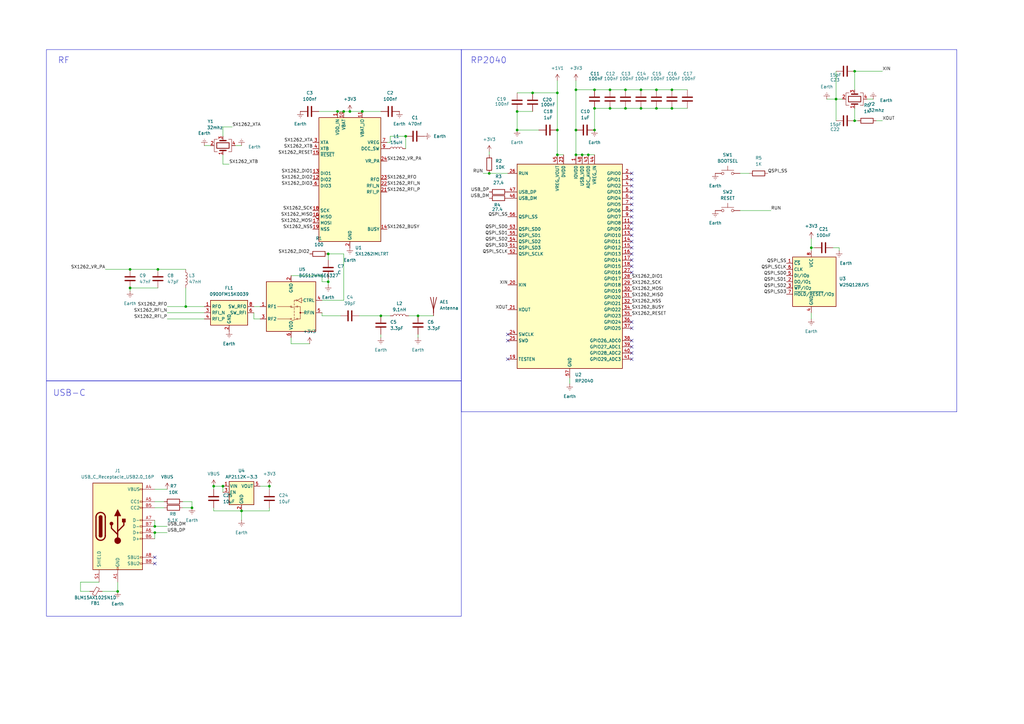
<source format=kicad_sch>
(kicad_sch (version 20250114) (generator "eeschema") (generator_version "9.0")
  (paper "A3")
  (lib_symbols
    (symbol "Connector:USB_C_Receptacle_USB2.0_16P" (pin_names (offset 1.016))
      (property "Reference" "J" (at 0 22.225 0))
      (property "Value" "USB_C_Receptacle_USB2.0_16P" (at 0 19.685 0))
      (symbol "USB_C_Receptacle_USB2.0_16P_1_1"
        (pin passive line (at -7.62 -22.86 90) (length 5.08) (name "SHIELD") (number "S1"))
        (pin passive line (at 0 -22.86 90) (length 5.08) (name "GND") (number "A1"))
        (pin passive line (at 0 -22.86 90) (length 5.08) (hide yes) (name "GND") (number "A12"))
        (pin passive line (at 0 -22.86 90) (length 5.08) (hide yes) (name "GND") (number "B1"))
        (pin passive line (at 0 -22.86 90) (length 5.08) (hide yes) (name "GND") (number "B12"))
        (pin passive line (at 15.24 15.24 180) (length 5.08) (name "VBUS") (number "A4"))
        (pin passive line (at 15.24 15.24 180) (length 5.08) (hide yes) (name "VBUS") (number "A9"))
        (pin passive line (at 15.24 15.24 180) (length 5.08) (hide yes) (name "VBUS") (number "B4"))
        (pin passive line (at 15.24 15.24 180) (length 5.08) (hide yes) (name "VBUS") (number "B9"))
        (pin bidirectional line (at 15.24 10.16 180) (length 5.08) (name "CC1") (number "A5"))
        (pin bidirectional line (at 15.24 7.62 180) (length 5.08) (name "CC2") (number "B5"))
        (pin bidirectional line (at 15.24 2.54 180) (length 5.08) (name "D-") (number "A7"))
        (pin bidirectional line (at 15.24 0 180) (length 5.08) (name "D-") (number "B7"))
        (pin bidirectional line (at 15.24 -2.54 180) (length 5.08) (name "D+") (number "A6"))
        (pin bidirectional line (at 15.24 -5.08 180) (length 5.08) (name "D+") (number "B6"))
        (pin bidirectional line (at 15.24 -12.7 180) (length 5.08) (name "SBU1") (number "A8"))
        (pin bidirectional line (at 15.24 -15.24 180) (length 5.08) (name "SBU2") (number "B8"))
      )
    )
    (symbol "Device:Antenna" (pin_numbers (hide yes)) (pin_names (offset 1.016) (hide yes))
      (property "Reference" "AE" (at -1.905 1.905 0))
      (property "Value" "Antenna" (at -1.905 0 0))
      (symbol "Antenna_1_1"
        (pin input line (at 0 -5.08 90) (length 2.54) (name "A") (number "1"))
      )
    )
    (symbol "Device:C" (pin_numbers (hide yes)) (pin_names (offset 0.254))
      (property "Reference" "C" (at 0.635 2.54 0))
      (property "Value" "C" (at 0.635 -2.54 0))
      (symbol "C_1_1"
        (pin passive line (at 0 3.81 270) (length 2.794) (name "~") (number "1"))
        (pin passive line (at 0 -3.81 90) (length 2.794) (name "~") (number "2"))
      )
    )
    (symbol "Device:Crystal_GND24" (pin_names (offset 1.016) (hide yes))
      (property "Reference" "Y" (at 3.175 5.08 0))
      (property "Value" "Crystal_GND24" (at 3.175 3.175 0))
      (symbol "Crystal_GND24_1_1"
        (pin passive line (at -3.81 0 0) (length 1.27) (name "1") (number "1"))
        (pin passive line (at 0 5.08 270) (length 1.27) (name "2") (number "2"))
        (pin passive line (at 0 -5.08 90) (length 1.27) (name "4") (number "4"))
        (pin passive line (at 3.81 0 180) (length 1.27) (name "3") (number "3"))
      )
    )
    (symbol "Device:FerriteBead_Small" (pin_numbers (hide yes)) (pin_names (offset 0))
      (property "Reference" "FB" (at 1.905 1.27 0))
      (property "Value" "FerriteBead_Small" (at 1.905 -1.27 0))
      (symbol "FerriteBead_Small_1_1"
        (pin passive line (at 0 2.54 270) (length 1.27) (name "~") (number "1"))
        (pin passive line (at 0 -2.54 90) (length 1.27) (name "~") (number "2"))
      )
    )
    (symbol "Device:L" (pin_numbers (hide yes)) (pin_names (offset 1.016) (hide yes))
      (property "Reference" "L" (at -1.27 0 90))
      (property "Value" "L" (at 1.905 0 90))
      (symbol "L_1_1"
        (pin passive line (at 0 3.81 270) (length 1.27) (name "1") (number "1"))
        (pin passive line (at 0 -3.81 90) (length 1.27) (name "2") (number "2"))
      )
    )
    (symbol "Device:R" (pin_numbers (hide yes)) (pin_names (offset 0))
      (property "Reference" "R" (at 2.032 0 90))
      (property "Value" "R" (at 0 0 90))
      (symbol "R_1_1"
        (pin passive line (at 0 3.81 270) (length 1.27) (name "~") (number "1"))
        (pin passive line (at 0 -3.81 90) (length 1.27) (name "~") (number "2"))
      )
    )
    (symbol "Filter:0900FM15K0039"
      (property "Reference" "FL" (at -6.35 -6.35 0))
      (property "Value" "0900FM15K0039" (at 0 6.35 0))
      (symbol "0900FM15K0039_0_0"
        (pin passive line (at -10.16 2.54 0) (length 2.54) (name "RFO") (number "1"))
        (pin passive line (at -10.16 0 0) (length 2.54) (name "RFI_N") (number "3"))
        (pin passive line (at -10.16 -2.54 0) (length 2.54) (name "RFI_P") (number "4"))
        (pin passive line (at 0 -7.62 90) (length 2.54) (hide yes) (name "GND") (number "10"))
        (pin power_in line (at 0 -7.62 90) (length 2.54) (name "GND") (number "2"))
        (pin passive line (at 0 -7.62 90) (length 2.54) (hide yes) (name "GND") (number "5"))
        (pin passive line (at 0 -7.62 90) (length 2.54) (hide yes) (name "GND") (number "7"))
        (pin passive line (at 0 -7.62 90) (length 2.54) (hide yes) (name "GND") (number "9"))
        (pin passive line (at 10.16 2.54 180) (length 2.54) (name "SW_RFO") (number "8"))
        (pin passive line (at 10.16 0 180) (length 2.54) (name "SW_RFI") (number "6"))
      )
    )
    (symbol "MCU_RaspberryPi:RP2040"
      (property "Reference" "U" (at 17.78 45.72 0))
      (property "Value" "RP2040" (at 17.78 43.18 0))
      (symbol "RP2040_1_1"
        (pin input line (at -25.4 38.1 0) (length 3.81) (name "RUN") (number "26"))
        (pin bidirectional line (at -25.4 30.48 0) (length 3.81) (name "USB_DP") (number "47"))
        (pin bidirectional line (at -25.4 27.94 0) (length 3.81) (name "USB_DM") (number "46"))
        (pin bidirectional line (at -25.4 20.32 0) (length 3.81) (name "QSPI_SS") (number "56"))
        (pin bidirectional line (at -25.4 15.24 0) (length 3.81) (name "QSPI_SD0") (number "53"))
        (pin bidirectional line (at -25.4 12.7 0) (length 3.81) (name "QSPI_SD1") (number "55"))
        (pin bidirectional line (at -25.4 10.16 0) (length 3.81) (name "QSPI_SD2") (number "54"))
        (pin bidirectional line (at -25.4 7.62 0) (length 3.81) (name "QSPI_SD3") (number "51"))
        (pin output line (at -25.4 5.08 0) (length 3.81) (name "QSPI_SCLK") (number "52"))
        (pin input line (at -25.4 -7.62 0) (length 3.81) (name "XIN") (number "20"))
        (pin passive line (at -25.4 -17.78 0) (length 3.81) (name "XOUT") (number "21"))
        (pin input line (at -25.4 -27.94 0) (length 3.81) (name "SWCLK") (number "24"))
        (pin bidirectional line (at -25.4 -30.48 0) (length 3.81) (name "SWD") (number "25"))
        (pin input line (at -25.4 -38.1 0) (length 3.81) (name "TESTEN") (number "19"))
        (pin power_out line (at -5.08 45.72 270) (length 3.81) (name "VREG_VOUT") (number "45"))
        (pin power_in line (at -2.54 45.72 270) (length 3.81) (name "DVDD") (number "23"))
        (pin passive line (at -2.54 45.72 270) (length 3.81) (hide yes) (name "DVDD") (number "50"))
        (pin power_in line (at 0 -45.72 90) (length 3.81) (name "GND") (number "57"))
        (pin power_in line (at 2.54 45.72 270) (length 3.81) (name "IOVDD") (number "1"))
        (pin passive line (at 2.54 45.72 270) (length 3.81) (hide yes) (name "IOVDD") (number "10"))
        (pin passive line (at 2.54 45.72 270) (length 3.81) (hide yes) (name "IOVDD") (number "22"))
        (pin passive line (at 2.54 45.72 270) (length 3.81) (hide yes) (name "IOVDD") (number "33"))
        (pin passive line (at 2.54 45.72 270) (length 3.81) (hide yes) (name "IOVDD") (number "42"))
        (pin passive line (at 2.54 45.72 270) (length 3.81) (hide yes) (name "IOVDD") (number "49"))
        (pin power_in line (at 5.08 45.72 270) (length 3.81) (name "USB_VDD") (number "48"))
        (pin power_in line (at 7.62 45.72 270) (length 3.81) (name "ADC_AVDD") (number "43"))
        (pin power_in line (at 10.16 45.72 270) (length 3.81) (name "VREG_IN") (number "44"))
        (pin bidirectional line (at 25.4 38.1 180) (length 3.81) (name "GPIO0") (number "2"))
        (pin bidirectional line (at 25.4 35.56 180) (length 3.81) (name "GPIO1") (number "3"))
        (pin bidirectional line (at 25.4 33.02 180) (length 3.81) (name "GPIO2") (number "4"))
        (pin bidirectional line (at 25.4 30.48 180) (length 3.81) (name "GPIO3") (number "5"))
        (pin bidirectional line (at 25.4 27.94 180) (length 3.81) (name "GPIO4") (number "6"))
        (pin bidirectional line (at 25.4 25.4 180) (length 3.81) (name "GPIO5") (number "7"))
        (pin bidirectional line (at 25.4 22.86 180) (length 3.81) (name "GPIO6") (number "8"))
        (pin bidirectional line (at 25.4 20.32 180) (length 3.81) (name "GPIO7") (number "9"))
        (pin bidirectional line (at 25.4 17.78 180) (length 3.81) (name "GPIO8") (number "11"))
        (pin bidirectional line (at 25.4 15.24 180) (length 3.81) (name "GPIO9") (number "12"))
        (pin bidirectional line (at 25.4 12.7 180) (length 3.81) (name "GPIO10") (number "13"))
        (pin bidirectional line (at 25.4 10.16 180) (length 3.81) (name "GPIO11") (number "14"))
        (pin bidirectional line (at 25.4 7.62 180) (length 3.81) (name "GPIO12") (number "15"))
        (pin bidirectional line (at 25.4 5.08 180) (length 3.81) (name "GPIO13") (number "16"))
        (pin bidirectional line (at 25.4 2.54 180) (length 3.81) (name "GPIO14") (number "17"))
        (pin bidirectional line (at 25.4 0 180) (length 3.81) (name "GPIO15") (number "18"))
        (pin bidirectional line (at 25.4 -2.54 180) (length 3.81) (name "GPIO16") (number "27"))
        (pin bidirectional line (at 25.4 -5.08 180) (length 3.81) (name "GPIO17") (number "28"))
        (pin bidirectional line (at 25.4 -7.62 180) (length 3.81) (name "GPIO18") (number "29"))
        (pin bidirectional line (at 25.4 -10.16 180) (length 3.81) (name "GPIO19") (number "30"))
        (pin bidirectional line (at 25.4 -12.7 180) (length 3.81) (name "GPIO20") (number "31"))
        (pin bidirectional line (at 25.4 -15.24 180) (length 3.81) (name "GPIO21") (number "32"))
        (pin bidirectional line (at 25.4 -17.78 180) (length 3.81) (name "GPIO22") (number "34"))
        (pin bidirectional line (at 25.4 -20.32 180) (length 3.81) (name "GPIO23") (number "35"))
        (pin bidirectional line (at 25.4 -22.86 180) (length 3.81) (name "GPIO24") (number "36"))
        (pin bidirectional line (at 25.4 -25.4 180) (length 3.81) (name "GPIO25") (number "37"))
        (pin bidirectional line (at 25.4 -30.48 180) (length 3.81) (name "GPIO26_ADC0") (number "38"))
        (pin bidirectional line (at 25.4 -33.02 180) (length 3.81) (name "GPIO27_ADC1") (number "39"))
        (pin bidirectional line (at 25.4 -35.56 180) (length 3.81) (name "GPIO28_ADC2") (number "40"))
        (pin bidirectional line (at 25.4 -38.1 180) (length 3.81) (name "GPIO29_ADC3") (number "41"))
      )
    )
    (symbol "Memory_Flash:W25Q128JVS"
      (property "Reference" "U" (at -6.35 11.43 0))
      (property "Value" "W25Q128JVS" (at 7.62 11.43 0))
      (symbol "W25Q128JVS_1_1"
        (pin input line (at -10.16 7.62 0) (length 2.54) (name "~{CS}") (number "1"))
        (pin input line (at -10.16 5.08 0) (length 2.54) (name "CLK") (number "6"))
        (pin bidirectional line (at -10.16 2.54 0) (length 2.54) (name "DI/IO_{0}") (number "5"))
        (pin bidirectional line (at -10.16 0 0) (length 2.54) (name "DO/IO_{1}") (number "2"))
        (pin bidirectional line (at -10.16 -2.54 0) (length 2.54) (name "~{WP}/IO_{2}") (number "3"))
        (pin bidirectional line (at -10.16 -5.08 0) (length 2.54) (name "~{HOLD}/~{RESET}/IO_{3}") (number "7"))
        (pin power_in line (at 0 12.7 270) (length 2.54) (name "VCC") (number "8"))
        (pin power_in line (at 0 -12.7 90) (length 2.54) (name "GND") (number "4"))
      )
    )
    (symbol "RF:SX1262IMLTRT"
      (property "Reference" "U" (at 13.97 24.13 0))
      (property "Value" "SX1262IMLTRT" (at 13.97 21.59 0))
      (symbol "SX1262IMLTRT_1_1"
        (pin bidirectional line (at -15.24 15.24 0) (length 2.54) (name "XTA") (number "3"))
        (pin bidirectional line (at -15.24 12.7 0) (length 2.54) (name "XTB") (number "4"))
        (pin input line (at -15.24 10.16 0) (length 2.54) (name "~{RESET}") (number "15"))
        (pin bidirectional line (at -15.24 2.54 0) (length 2.54) (name "DIO1") (number "13"))
        (pin bidirectional line (at -15.24 0 0) (length 2.54) (name "DIO2") (number "12"))
        (pin bidirectional line (at -15.24 -2.54 0) (length 2.54) (name "DIO3") (number "6"))
        (pin input line (at -15.24 -12.7 0) (length 2.54) (name "SCK") (number "18"))
        (pin tri_state inverted (at -15.24 -15.24 0) (length 2.54) (name "MISO") (number "16"))
        (pin input line (at -15.24 -17.78 0) (length 2.54) (name "MOSI") (number "17"))
        (pin input line (at -15.24 -20.32 0) (length 2.54) (name "NSS") (number "19"))
        (pin power_in line (at -5.08 27.94 270) (length 2.54) (name "VDD_IN") (number "1"))
        (pin power_in line (at -2.54 27.94 270) (length 2.54) (name "VBAT") (number "10"))
        (pin power_in line (at 0 -27.94 90) (length 2.54) (name "GND") (number "2"))
        (pin passive line (at 0 -27.94 90) (length 2.54) (hide yes) (name "GND") (number "20"))
        (pin passive line (at 0 -27.94 90) (length 2.54) (hide yes) (name "GND") (number "25"))
        (pin passive line (at 0 -27.94 90) (length 2.54) (hide yes) (name "GND") (number "5"))
        (pin passive line (at 0 -27.94 90) (length 2.54) (hide yes) (name "GND") (number "8"))
        (pin power_in line (at 5.08 27.94 270) (length 2.54) (name "VBAT_IO") (number "11"))
        (pin power_out line (at 15.24 15.24 180) (length 2.54) (name "VREG") (number "7"))
        (pin power_out line (at 15.24 12.7 180) (length 2.54) (name "DCC_SW") (number "9"))
        (pin power_out line (at 15.24 7.62 180) (length 2.54) (name "VR_PA") (number "24"))
        (pin output line (at 15.24 0 180) (length 2.54) (name "RFO") (number "23"))
        (pin input line (at 15.24 -2.54 180) (length 2.54) (name "RFI_N") (number "22"))
        (pin input line (at 15.24 -5.08 180) (length 2.54) (name "RFI_P") (number "21"))
        (pin output line (at 15.24 -20.32 180) (length 2.54) (name "BUSY") (number "14"))
      )
    )
    (symbol "RF_Switch:BGS12WN6E6327"
      (property "Reference" "U5" (at -3.1181 -15.24 0))
      (property "Value" "BGS12WN6E6327" (at -3.1181 -12.7 0))
      (symbol "BGS12WN6E6327_1_1"
        (pin passive line (at -12.7 2.54 0) (length 2.54) (name "RFIN") (number "5"))
        (pin input line (at -12.7 -2.54 0) (length 2.54) (name "CTRL") (number "4"))
        (pin power_in line (at 0 12.7 270) (length 2.54) (name "VDD") (number "6"))
        (pin power_in line (at 0 -12.7 90) (length 2.54) (name "GND") (number "2"))
        (pin passive line (at 12.7 5.08 180) (length 2.54) (name "RF2") (number "3"))
        (pin passive line (at 12.7 0 180) (length 2.54) (name "RF1") (number "1"))
      )
    )
    (symbol "Regulator_Linear:AP2112K-3.3" (pin_names (offset 0.254))
      (property "Reference" "U" (at -5.08 5.715 0))
      (property "Value" "AP2112K-3.3" (at 0 5.715 0))
      (symbol "AP2112K-3.3_1_1"
        (pin power_in line (at -7.62 2.54 0) (length 2.54) (name "VIN") (number "1"))
        (pin input line (at -7.62 0 0) (length 2.54) (name "EN") (number "3"))
        (pin power_in line (at 0 -7.62 90) (length 2.54) (name "GND") (number "2"))
        (pin no_connect line (at 5.08 0 180) (length 2.54) (hide yes) (name "NC") (number "4"))
        (pin power_out line (at 7.62 2.54 180) (length 2.54) (name "VOUT") (number "5"))
      )
    )
    (symbol "Switch:SW_Push" (pin_numbers (hide yes)) (pin_names (offset 1.016) (hide yes))
      (property "Reference" "SW" (at 1.27 2.54 0))
      (property "Value" "SW_Push" (at 0 -1.524 0))
      (symbol "SW_Push_0_1"
        (pin passive line (at -5.08 0 0) (length 2.54) (name "1") (number "1"))
        (pin passive line (at 5.08 0 180) (length 2.54) (name "2") (number "2"))
      )
    )
    (symbol "power:+1V1" (power) (pin_numbers (hide yes)) (pin_names (offset 0) (hide yes))
      (property "Value" "+1V1" (at 0 3.556 0))
      (symbol "+1V1_1_1"
        (pin power_in line (at 0 0 90) (length 0) (name "~") (number "1"))
      )
    )
    (symbol "power:+3V3" (power) (pin_numbers (hide yes)) (pin_names (offset 0) (hide yes))
      (property "Value" "+3V3" (at 0 3.556 0))
      (symbol "+3V3_1_1"
        (pin power_in line (at 0 0 90) (length 0) (name "~") (number "1"))
      )
    )
    (symbol "power:Earth" (power) (pin_numbers (hide yes)) (pin_names (offset 0) (hide yes))
      (property "Value" "Earth" (at 0 -3.81 0))
      (symbol "Earth_1_1"
        (pin power_in line (at 0 0 270) (length 0) (name "~") (number "1"))
      )
    )
    (symbol "power:VBUS" (power) (pin_numbers (hide yes)) (pin_names (offset 0) (hide yes))
      (property "Value" "VBUS" (at 0 3.556 0))
      (symbol "VBUS_1_1"
        (pin power_in line (at 0 0 90) (length 0) (name "~") (number "1"))
      )
    )
  )
  (rectangle (start 19.05 20.32) (end 189.23 156.21))
  (rectangle (start 189.23 20.32) (end 392.43 168.91))
  (rectangle (start 19.05 156.21) (end 189.23 252.73))
  (text "USB-C\n" (at 28.448 161.29 0) (effects (font (size 2.54 2.54))))
  (text "RF\n\n" (at 26.162 26.924 0) (effects (font (size 2.54 2.54))))
  (text "RP2040\n" (at 200.406 24.892 0) (effects (font (size 2.54 2.54))))
  (junction (at 99.06 209.55))
  (junction (at 228.6 53.34))
  (junction (at 262.89 36.83))
  (junction (at 48.26 242.57))
  (junction (at 243.84 44.45))
  (junction (at 134.62 115.57))
  (junction (at 148.59 45.72))
  (junction (at 262.89 44.45))
  (junction (at 350.52 49.53))
  (junction (at 143.51 45.72))
  (junction (at 63.5 218.44))
  (junction (at 110.49 199.39))
  (junction (at 140.97 45.72))
  (junction (at 228.6 63.5))
  (junction (at 350.52 29.21))
  (junction (at 275.59 44.45))
  (junction (at 269.24 36.83))
  (junction (at 238.76 63.5))
  (junction (at 76.2 125.73))
  (junction (at 256.54 44.45))
  (junction (at 134.62 104.14))
  (junction (at 64.77 110.49))
  (junction (at 53.34 110.49))
  (junction (at 236.22 63.5))
  (junction (at 275.59 36.83))
  (junction (at 91.44 199.39))
  (junction (at 250.19 36.83))
  (junction (at 243.84 36.83))
  (junction (at 218.44 38.1))
  (junction (at 87.63 199.39))
  (junction (at 156.21 129.54))
  (junction (at 53.34 118.11))
  (junction (at 166.37 55.88))
  (junction (at 138.43 45.72))
  (junction (at 171.45 129.54))
  (junction (at 241.3 63.5))
  (junction (at 243.84 53.34))
  (junction (at 250.19 44.45))
  (junction (at 212.09 53.34))
  (junction (at 269.24 44.45))
  (junction (at 332.74 101.6))
  (junction (at 256.54 36.83))
  (junction (at 200.66 71.12))
  (junction (at 63.5 215.9))
  (junction (at 342.9 40.64))
  (junction (at 236.22 36.83))
  (junction (at 228.6 38.1))
  (junction (at 212.09 45.72))
  (junction (at 78.74 208.28))
  (junction (at 236.22 53.34))
  (no_connect (at 259.08 104.14))
  (no_connect (at 259.08 106.68))
  (no_connect (at 259.08 111.76))
  (no_connect (at 259.08 93.98))
  (no_connect (at 259.08 139.7))
  (no_connect (at 208.28 147.32))
  (no_connect (at 259.08 99.06))
  (no_connect (at 259.08 81.28))
  (no_connect (at 259.08 88.9))
  (no_connect (at 259.08 147.32))
  (no_connect (at 259.08 86.36))
  (no_connect (at 259.08 134.62))
  (no_connect (at 63.5 231.14))
  (no_connect (at 208.28 137.16))
  (no_connect (at 259.08 76.2))
  (no_connect (at 259.08 109.22))
  (no_connect (at 259.08 73.66))
  (no_connect (at 63.5 228.6))
  (no_connect (at 259.08 83.82))
  (no_connect (at 259.08 132.08))
  (no_connect (at 259.08 96.52))
  (no_connect (at 259.08 144.78))
  (no_connect (at 259.08 91.44))
  (no_connect (at 259.08 142.24))
  (no_connect (at 208.28 139.7))
  (no_connect (at 259.08 71.12))
  (no_connect (at 259.08 101.6))
  (no_connect (at 259.08 78.74))
  (wire (pts (xy 275.59 36.83) (xy 269.24 36.83)))
  (wire (pts (xy 138.43 45.72) (xy 140.97 45.72)))
  (wire (pts (xy 91.44 67.31) (xy 91.44 63.5)))
  (wire (pts (xy 43.18 110.49) (xy 53.34 110.49)))
  (wire (pts (xy 63.5 215.9) (xy 68.58 215.9)))
  (wire (pts (xy 236.22 36.83) (xy 236.22 53.34)))
  (wire (pts (xy 212.09 38.1) (xy 218.44 38.1)))
  (wire (pts (xy 350.52 44.45) (xy 350.52 49.53)))
  (wire (pts (xy 228.6 33.02) (xy 228.6 38.1)))
  (wire (pts (xy 228.6 63.5) (xy 231.14 63.5)))
  (wire (pts (xy 339.09 40.64) (xy 342.9 40.64)))
  (wire (pts (xy 68.58 130.81) (xy 83.82 130.81)))
  (wire (pts (xy 53.34 118.11) (xy 53.34 119.38)))
  (wire (pts (xy 87.63 199.39) (xy 87.63 200.66)))
  (wire (pts (xy 256.54 36.83) (xy 250.19 36.83)))
  (wire (pts (xy 160.02 55.88) (xy 166.37 55.88)))
  (wire (pts (xy 33.02 242.57) (xy 36.83 242.57)))
  (wire (pts (xy 40.64 238.76) (xy 33.02 238.76)))
  (wire (pts (xy 134.62 115.57) (xy 134.62 114.3)))
  (wire (pts (xy 99.06 209.55) (xy 99.06 213.36)))
  (wire (pts (xy 134.62 116.84) (xy 134.62 115.57)))
  (wire (pts (xy 250.19 36.83) (xy 243.84 36.83)))
  (wire (pts (xy 87.63 199.39) (xy 91.44 199.39)))
  (wire (pts (xy 53.34 118.11) (xy 64.77 118.11)))
  (wire (pts (xy 344.17 102.87) (xy 344.17 101.6)))
  (wire (pts (xy 93.98 67.31) (xy 91.44 67.31)))
  (wire (pts (xy 140.97 123.19) (xy 140.97 104.14)))
  (wire (pts (xy 87.63 208.28) (xy 87.63 209.55)))
  (wire (pts (xy 359.41 49.53) (xy 361.95 49.53)))
  (wire (pts (xy 243.84 44.45) (xy 250.19 44.45)))
  (wire (pts (xy 212.09 45.72) (xy 218.44 45.72)))
  (wire (pts (xy 74.93 205.74) (xy 78.74 205.74)))
  (wire (pts (xy 262.89 44.45) (xy 269.24 44.45)))
  (wire (pts (xy 200.66 62.23) (xy 200.66 63.5)))
  (wire (pts (xy 350.52 29.21) (xy 361.95 29.21)))
  (wire (pts (xy 198.12 71.12) (xy 200.66 71.12)))
  (wire (pts (xy 281.94 36.83) (xy 275.59 36.83)))
  (wire (pts (xy 171.45 137.16) (xy 171.45 138.43)))
  (wire (pts (xy 140.97 45.72) (xy 143.51 45.72)))
  (wire (pts (xy 78.74 205.74) (xy 78.74 208.28)))
  (wire (pts (xy 63.5 218.44) (xy 63.5 220.98)))
  (wire (pts (xy 262.89 36.83) (xy 256.54 36.83)))
  (wire (pts (xy 355.6 40.64) (xy 358.14 40.64)))
  (wire (pts (xy 243.84 36.83) (xy 236.22 36.83)))
  (wire (pts (xy 236.22 53.34) (xy 236.22 63.5)))
  (wire (pts (xy 110.49 209.55) (xy 99.06 209.55)))
  (wire (pts (xy 132.08 123.19) (xy 140.97 123.19)))
  (wire (pts (xy 342.9 40.64) (xy 342.9 49.53)))
  (wire (pts (xy 110.49 208.28) (xy 110.49 209.55)))
  (wire (pts (xy 269.24 36.83) (xy 262.89 36.83)))
  (wire (pts (xy 228.6 53.34) (xy 228.6 63.5)))
  (wire (pts (xy 303.53 71.12) (xy 307.34 71.12)))
  (wire (pts (xy 350.52 29.21) (xy 350.52 36.83)))
  (wire (pts (xy 243.84 44.45) (xy 243.84 53.34)))
  (wire (pts (xy 332.74 97.79) (xy 332.74 101.6)))
  (wire (pts (xy 132.08 115.57) (xy 134.62 115.57)))
  (wire (pts (xy 96.52 59.69) (xy 99.06 59.69)))
  (wire (pts (xy 342.9 29.21) (xy 342.9 40.64)))
  (wire (pts (xy 64.77 110.49) (xy 76.2 110.49)))
  (wire (pts (xy 166.37 55.88) (xy 166.37 60.96)))
  (wire (pts (xy 250.19 44.45) (xy 256.54 44.45)))
  (wire (pts (xy 147.32 129.54) (xy 156.21 129.54)))
  (wire (pts (xy 269.24 44.45) (xy 275.59 44.45)))
  (wire (pts (xy 228.6 38.1) (xy 218.44 38.1)))
  (wire (pts (xy 119.38 140.97) (xy 119.38 138.43)))
  (wire (pts (xy 350.52 49.53) (xy 351.79 49.53)))
  (wire (pts (xy 63.5 208.28) (xy 67.31 208.28)))
  (wire (pts (xy 332.74 101.6) (xy 332.74 102.87)))
  (wire (pts (xy 41.91 242.57) (xy 48.26 242.57)))
  (wire (pts (xy 104.14 125.73) (xy 106.68 125.73)))
  (wire (pts (xy 74.93 208.28) (xy 78.74 208.28)))
  (wire (pts (xy 236.22 33.02) (xy 236.22 36.83)))
  (wire (pts (xy 110.49 200.66) (xy 110.49 199.39)))
  (wire (pts (xy 104.14 130.81) (xy 104.14 128.27)))
  (wire (pts (xy 63.5 218.44) (xy 68.58 218.44)))
  (wire (pts (xy 127 140.97) (xy 119.38 140.97)))
  (wire (pts (xy 134.62 104.14) (xy 140.97 104.14)))
  (wire (pts (xy 238.76 63.5) (xy 241.3 63.5)))
  (wire (pts (xy 87.63 209.55) (xy 99.06 209.55)))
  (wire (pts (xy 68.58 128.27) (xy 83.82 128.27)))
  (wire (pts (xy 241.3 63.5) (xy 243.84 63.5)))
  (wire (pts (xy 33.02 238.76) (xy 33.02 242.57)))
  (wire (pts (xy 130.81 45.72) (xy 138.43 45.72)))
  (wire (pts (xy 342.9 40.64) (xy 345.44 40.64)))
  (wire (pts (xy 341.63 101.6) (xy 344.17 101.6)))
  (wire (pts (xy 228.6 38.1) (xy 228.6 53.34)))
  (wire (pts (xy 160.02 58.42) (xy 160.02 55.88)))
  (wire (pts (xy 91.44 52.07) (xy 91.44 55.88)))
  (wire (pts (xy 156.21 129.54) (xy 160.02 129.54)))
  (wire (pts (xy 132.08 113.03) (xy 132.08 115.57)))
  (wire (pts (xy 68.58 125.73) (xy 76.2 125.73)))
  (wire (pts (xy 91.44 199.39) (xy 91.44 201.93)))
  (wire (pts (xy 48.26 238.76) (xy 48.26 242.57)))
  (wire (pts (xy 95.25 52.07) (xy 91.44 52.07)))
  (wire (pts (xy 233.68 154.94) (xy 233.68 157.48)))
  (wire (pts (xy 212.09 53.34) (xy 220.98 53.34)))
  (wire (pts (xy 316.23 86.36) (xy 303.53 86.36)))
  (wire (pts (xy 148.59 45.72) (xy 156.21 45.72)))
  (wire (pts (xy 53.34 110.49) (xy 64.77 110.49)))
  (wire (pts (xy 332.74 128.27) (xy 332.74 130.81)))
  (wire (pts (xy 158.75 58.42) (xy 160.02 58.42)))
  (wire (pts (xy 119.38 113.03) (xy 132.08 113.03)))
  (wire (pts (xy 200.66 71.12) (xy 208.28 71.12)))
  (wire (pts (xy 63.5 205.74) (xy 67.31 205.74)))
  (wire (pts (xy 139.7 129.54) (xy 132.08 129.54)))
  (wire (pts (xy 134.62 104.14) (xy 134.62 106.68)))
  (wire (pts (xy 143.51 45.72) (xy 148.59 45.72)))
  (wire (pts (xy 63.5 213.36) (xy 63.5 215.9)))
  (wire (pts (xy 167.64 129.54) (xy 171.45 129.54)))
  (wire (pts (xy 106.68 199.39) (xy 110.49 199.39)))
  (wire (pts (xy 275.59 44.45) (xy 281.94 44.45)))
  (wire (pts (xy 106.68 130.81) (xy 104.14 130.81)))
  (wire (pts (xy 256.54 44.45) (xy 262.89 44.45)))
  (wire (pts (xy 236.22 63.5) (xy 238.76 63.5)))
  (wire (pts (xy 156.21 137.16) (xy 156.21 138.43)))
  (wire (pts (xy 132.08 129.54) (xy 132.08 128.27)))
  (wire (pts (xy 76.2 118.11) (xy 76.2 125.73)))
  (wire (pts (xy 63.5 200.66) (xy 68.58 200.66)))
  (wire (pts (xy 171.45 129.54) (xy 177.8 129.54)))
  (wire (pts (xy 212.09 45.72) (xy 212.09 53.34)))
  (wire (pts (xy 76.2 125.73) (xy 83.82 125.73)))
  (wire (pts (xy 83.82 59.69) (xy 86.36 59.69)))
  (wire (pts (xy 332.74 101.6) (xy 334.01 101.6)))
  (label "SX1262_VR_PA" (at 43.18 110.49 180))
  (label "RUN" (at 316.23 86.36 0))
  (label "SX1262_DIO2" (at 127 104.14 180))
  (label "SX1262_DIO1" (at 128.27 71.12 180))
  (label "SX1262_XTA" (at 128.27 58.42 180))
  (label "XIN" (at 208.28 116.84 180))
  (label "QSPI_SCLK" (at 322.58 110.49 180))
  (label "QSPI_SD1" (at 208.28 96.52 180))
  (label "QSPI_SS" (at 208.28 88.9 180))
  (label "SX1262_BUSY" (at 259.08 127 0))
  (label "SX1262_RESET" (at 259.08 129.54 0))
  (label "SX1262_SCK" (at 128.27 86.36 180))
  (label "QSPI_SD2" (at 208.28 99.06 180))
  (label "SX1262_RFI_N" (at 68.58 128.27 180))
  (label "XOUT" (at 208.28 127 180))
  (label "USB_DP" (at 200.66 78.74 180))
  (label "SX1262_MOSI" (at 128.27 91.44 180))
  (label "USB_DP" (at 68.58 218.44 0))
  (label "QSPI_SD3" (at 322.58 120.65 180))
  (label "QSPI_SD2" (at 322.58 118.11 180))
  (label "SX1262_BUSY" (at 158.75 93.98 0))
  (label "QSPI_SD3" (at 208.28 101.6 180))
  (label "QSPI_SCLK" (at 208.28 104.14 180))
  (label "SX1262_XTB" (at 93.98 67.31 0))
  (label "SX1262_MISO" (at 259.08 121.92 0))
  (label "SX1262_MOSI" (at 259.08 119.38 0))
  (label "QSPI_SS" (at 314.96 71.12 0))
  (label "XIN" (at 361.95 29.21 0))
  (label "SX1262_DIO3" (at 128.27 76.2 180))
  (label "SX1262_SCK" (at 259.08 116.84 0))
  (label "SX1262_RFI_P" (at 158.75 78.74 0))
  (label "QSPI_SD1" (at 322.58 115.57 180))
  (label "QSPI_SD0" (at 208.28 93.98 180))
  (label "USB_DM" (at 200.66 81.28 180))
  (label "QSPI_SS" (at 322.58 107.95 180))
  (label "SX1262_DIO1" (at 259.08 114.3 0))
  (label "SX1262_NSS" (at 259.08 124.46 0))
  (label "USB_DM" (at 68.58 215.9 0))
  (label "SX1262_RESET" (at 128.27 63.5 180))
  (label "SX1262_DIO2" (at 128.27 73.66 180))
  (label "SX1262_RFI_N" (at 158.75 76.2 0))
  (label "SX1262_MISO" (at 128.27 88.9 180))
  (label "SX1262_NSS" (at 128.27 93.98 180))
  (label "QSPI_SD0" (at 322.58 113.03 180))
  (label "SX1262_XTA" (at 95.25 52.07 0))
  (label "RUN" (at 198.12 71.12 180))
  (label "SX1262_RFO" (at 68.58 125.73 180))
  (label "SX1262_RFO" (at 158.75 73.66 0))
  (label "SX1262_XTB" (at 128.27 60.96 180))
  (label "SX1262_RFI_P" (at 68.58 130.81 180))
  (label "XOUT" (at 361.95 49.53 0))
  (label "SX1262_VR_PA" (at 158.75 66.04 0))
  (symbol (lib_id "Device:C") (at 170.18 55.88 270) (unit 1)
    (property "Reference" "C1" (at 170.18 48.26 90))
    (property "Value" "470nf" (at 170.18 50.8 90))
    (property "Footprint" "Capacitor_SMD:C_0402_1005Metric" (effects (hide yes)))
    (property "Description" "Unpolarized capacitor" (effects (hide yes)))
  )
  (symbol (lib_id "Device:R") (at 130.81 104.14 90) (unit 1)
    (property "Reference" "R1" (at 130.81 97.79 90))
    (property "Value" "100" (at 130.81 100.33 90))
    (property "Footprint" "Resistor_SMD:R_0402_1005Metric" (effects (hide yes)))
    (property "Description" "Resistor" (effects (hide yes)))
  )
  (symbol (lib_id "power:Earth") (at 123.19 45.72 0) (unit 1)
    (property "Reference" "#PWR04" (effects (hide yes)))
    (property "Value" "Earth" (at 123.19 50.8 0))
    (property "Description" "Power symbol creates a global label with name \"Earth\"" (effects (hide yes)))
  )
  (symbol (lib_id "power:Earth") (at 83.82 59.69 180) (unit 1)
    (property "Reference" "#PWR07" (effects (hide yes)))
    (property "Value" "Earth" (at 83.82 54.61 0))
    (property "Description" "Power symbol creates a global label with name \"Earth\"" (effects (hide yes)))
  )
  (symbol (lib_id "Device:C") (at 218.44 41.91 0) (unit 1)
    (property "Reference" "C20" (at 222.504 40.894 0) (effects (justify left)))
    (property "Value" "100nF" (at 221.742 42.926 0) (effects (justify left)))
    (property "Footprint" "Capacitor_SMD:C_0402_1005Metric" (effects (hide yes)))
    (property "Description" "Unpolarized capacitor" (effects (hide yes)))
  )
  (symbol (lib_id "power:Earth") (at 358.14 40.64 180) (unit 1)
    (property "Reference" "#PWR025" (effects (hide yes)))
    (property "Value" "Earth" (at 363.474 41.148 0))
    (property "Description" "Power symbol creates a global label with name \"Earth\"" (effects (hide yes)))
  )
  (symbol (lib_id "MCU_RaspberryPi:RP2040") (at 233.68 109.22 0) (unit 1)
    (property "Reference" "U2" (at 235.8233 153.67 0) (effects (justify left)))
    (property "Value" "RP2040" (at 235.8233 156.21 0) (effects (justify left)))
    (property "Footprint" "Package_DFN_QFN:QFN-56-1EP_7x7mm_P0.4mm_EP3.2x3.2mm" (effects (hide yes)))
    (property "Datasheet" "https://datasheets.raspberrypi.com/rp2040/rp2040-datasheet.pdf" (effects (hide yes)))
    (property "Description" "A microcontroller by Raspberry Pi" (effects (hide yes)))
  )
  (symbol (lib_id "power:Earth") (at 48.26 242.57 0) (unit 1)
    (property "Reference" "#PWR026" (effects (hide yes)))
    (property "Value" "Earth" (at 48.26 247.65 0))
    (property "Description" "Power symbol creates a global label with name \"Earth\"" (effects (hide yes)))
  )
  (symbol (lib_id "power:+3V3") (at 236.22 33.02 0) (unit 1)
    (property "Reference" "#PWR016" (effects (hide yes)))
    (property "Value" "+3V3" (at 236.22 27.94 0))
    (property "Description" "Power symbol creates a global label with name \"+3V3\"" (effects (hide yes)))
  )
  (symbol (lib_id "power:+1V1") (at 228.6 33.02 0) (unit 1)
    (property "Reference" "#PWR018" (effects (hide yes)))
    (property "Value" "+1V1" (at 228.6 27.94 0))
    (property "Description" "Power symbol creates a global label with name \"+1V1\"" (effects (hide yes)))
  )
  (symbol (lib_id "power:Earth") (at 344.17 102.87 0) (unit 1)
    (property "Reference" "#PWR022" (effects (hide yes)))
    (property "Value" "Earth" (at 346.964 107.95 0))
    (property "Description" "Power symbol creates a global label with name \"Earth\"" (effects (hide yes)))
  )
  (symbol (lib_id "Device:C") (at 64.77 114.3 0) (unit 1)
    (property "Reference" "C8" (at 68.58 113.0299 0) (effects (justify left)))
    (property "Value" "47pF" (at 68.58 115.5699 0) (effects (justify left)))
    (property "Footprint" "Capacitor_SMD:C_0402_1005Metric" (effects (hide yes)))
    (property "Description" "Unpolarized capacitor" (effects (hide yes)))
  )
  (symbol (lib_id "power:Earth") (at 293.37 86.36 0) (unit 1)
    (property "Reference" "#PWR020" (effects (hide yes)))
    (property "Value" "Earth" (at 293.37 91.44 0))
    (property "Description" "Power symbol creates a global label with name \"Earth\"" (effects (hide yes)))
  )
  (symbol (lib_id "Device:L") (at 163.83 129.54 90) (unit 1)
    (property "Reference" "L2" (at 163.83 124.46 90))
    (property "Value" "9.1nH" (at 163.83 127 90))
    (property "Footprint" "Inductor_SMD:L_0402_1005Metric" (effects (hide yes)))
    (property "Description" "Inductor" (effects (hide yes)))
  )
  (symbol (lib_id "Device:C") (at 240.03 53.34 90) (unit 1)
    (property "Reference" "C10" (at 240.03 45.72 90))
    (property "Value" "1uF" (at 240.03 48.26 90))
    (property "Footprint" "Capacitor_SMD:C_0402_1005Metric" (effects (hide yes)))
    (property "Description" "Unpolarized capacitor" (effects (hide yes)))
  )
  (symbol (lib_id "Device:Crystal_GND24") (at 350.52 40.64 90) (unit 1)
    (property "Reference" "Y2" (at 357.632 42.672 90))
    (property "Value" "32mhz" (at 359.41 45.212 90))
    (property "Description" "Four pin crystal, GND on pins 2 and 4" (effects (hide yes)))
  )
  (symbol (lib_id "Device:C") (at 143.51 129.54 90) (unit 1)
    (property "Reference" "C4" (at 143.51 121.92 90))
    (property "Value" "39pF" (at 143.51 124.46 90))
    (property "Footprint" "Capacitor_SMD:C_0402_1005Metric" (effects (hide yes)))
    (property "Description" "Unpolarized capacitor" (effects (hide yes)))
  )
  (symbol (lib_id "power:Earth") (at 134.62 116.84 0) (unit 1)
    (property "Reference" "#PWR010" (effects (hide yes)))
    (property "Value" "Earth" (at 134.62 121.92 0))
    (property "Description" "Power symbol creates a global label with name \"Earth\"" (effects (hide yes)))
  )
  (symbol (lib_id "power:Earth") (at 156.21 138.43 0) (unit 1)
    (property "Reference" "#PWR08" (effects (hide yes)))
    (property "Value" "Earth" (at 156.21 143.51 0))
    (property "Description" "Power symbol creates a global label with name \"Earth\"" (effects (hide yes)))
  )
  (symbol (lib_id "Device:C") (at 337.82 101.6 90) (unit 1)
    (property "Reference" "C21" (at 337.82 93.98 90))
    (property "Value" "100nF" (at 337.82 96.52 90))
    (property "Footprint" "Capacitor_SMD:C_0402_1005Metric" (effects (hide yes)))
    (property "Description" "Unpolarized capacitor" (effects (hide yes)))
  )
  (symbol (lib_id "power:Earth") (at 99.06 59.69 180) (unit 1)
    (property "Reference" "#PWR06" (effects (hide yes)))
    (property "Value" "Earth" (at 104.394 60.198 0))
    (property "Description" "Power symbol creates a global label with name \"Earth\"" (effects (hide yes)))
  )
  (symbol (lib_id "power:+3V3") (at 200.66 62.23 0) (unit 1)
    (property "Reference" "#PWR014" (effects (hide yes)))
    (property "Value" "+3V3" (at 200.66 57.15 0))
    (property "Description" "Power symbol creates a global label with name \"+3V3\"" (effects (hide yes)))
  )
  (symbol (lib_id "Device:C") (at 87.63 204.47 0) (unit 1)
    (property "Reference" "C25" (at 91.44 203.1999 0) (effects (justify left)))
    (property "Value" "10uF" (at 91.44 205.7399 0) (effects (justify left)))
    (property "Footprint" "Capacitor_SMD:C_0402_1005Metric" (effects (hide yes)))
    (property "Description" "Unpolarized capacitor" (effects (hide yes)))
  )
  (symbol (lib_id "Device:L") (at 162.56 60.96 90) (unit 1)
    (property "Reference" "L1" (at 162.56 55.88 90))
    (property "Value" "15uH" (at 162.56 58.42 90))
    (property "Footprint" "Inductor_SMD:L_0402_1005Metric" (effects (hide yes)))
    (property "Description" "Inductor" (effects (hide yes)))
  )
  (symbol (lib_id "power:+3V3") (at 110.49 199.39 0) (unit 1)
    (property "Reference" "#PWR030" (effects (hide yes)))
    (property "Value" "+3V3" (at 110.49 194.31 0))
    (property "Description" "Power symbol creates a global label with name \"+3V3\"" (effects (hide yes)))
  )
  (symbol (lib_id "Device:C") (at 269.24 40.64 0) (unit 1)
    (property "Reference" "C15" (at 267.462 30.226 0) (effects (justify left)))
    (property "Value" "100nF" (at 266.7 32.258 0) (effects (justify left)))
    (property "Footprint" "Capacitor_SMD:C_0402_1005Metric" (effects (hide yes)))
    (property "Description" "Unpolarized capacitor" (effects (hide yes)))
  )
  (symbol (lib_id "power:Earth") (at 53.34 119.38 0) (unit 1)
    (property "Reference" "#PWR012" (effects (hide yes)))
    (property "Value" "Earth" (at 53.34 124.46 0))
    (property "Description" "Power symbol creates a global label with name \"Earth\"" (effects (hide yes)))
  )
  (symbol (lib_id "power:Earth") (at 78.74 208.28 0) (unit 1)
    (property "Reference" "#PWR027" (effects (hide yes)))
    (property "Value" "Earth" (at 78.74 213.36 0))
    (property "Description" "Power symbol creates a global label with name \"Earth\"" (effects (hide yes)))
  )
  (symbol (lib_id "power:Earth") (at 293.37 71.12 0) (unit 1)
    (property "Reference" "#PWR019" (effects (hide yes)))
    (property "Value" "Earth" (at 293.37 76.2 0))
    (property "Description" "Power symbol creates a global label with name \"Earth\"" (effects (hide yes)))
  )
  (symbol (lib_id "power:+3V3") (at 332.74 97.79 0) (unit 1)
    (property "Reference" "#PWR023" (effects (hide yes)))
    (property "Value" "+3V3" (at 332.74 92.71 0))
    (property "Description" "Power symbol creates a global label with name \"+3V3\"" (effects (hide yes)))
  )
  (symbol (lib_id "RF_Switch:BGS12WN6E6327") (at 119.38 125.73 180) (unit 1)
    (property "Reference" "U5" (at 122.4981 110.49 0) (effects (justify right)))
    (property "Value" "BGS12WN6E6327" (at 122.4981 113.03 0) (effects (justify right)))
    (property "Footprint" "Package_LGA:Infineon_PG-TSNP-6-10_0.7x1.1mm_0.7x1.1mm_P0.4mm" (effects (hide yes)))
    (property "Datasheet" "https://www.infineon.com/dgdl/Infineon-BGS12WN6-DataSheet-v02_05-EN.pdf?fileId=5546d4626b2d8e69016b89d2b3334727" (effects (hide yes)))
    (property "Description" "SPDT DC-9GHz switch, 45dB isolation at 960MHz, PG-TSNP-6-10" (effects (hide yes)))
  )
  (symbol (lib_id "power:VBUS") (at 87.63 199.39 0) (unit 1)
    (property "Reference" "#PWR029" (effects (hide yes)))
    (property "Value" "VBUS" (at 87.63 194.31 0))
    (property "Description" "Power symbol creates a global label with name \"VBUS\"" (effects (hide yes)))
  )
  (symbol (lib_id "power:VBUS") (at 68.58 200.66 0) (unit 1)
    (property "Reference" "#PWR028" (effects (hide yes)))
    (property "Value" "VBUS" (at 68.58 195.58 0))
    (property "Description" "Power symbol creates a global label with name \"VBUS\"" (effects (hide yes)))
  )
  (symbol (lib_id "Device:L") (at 76.2 114.3 0) (unit 1)
    (property "Reference" "L3" (at 77.47 113.0299 0) (effects (justify left)))
    (property "Value" "47nH" (at 77.47 115.5699 0) (effects (justify left)))
    (property "Footprint" "Inductor_SMD:L_0402_1005Metric" (effects (hide yes)))
    (property "Description" "Inductor" (effects (hide yes)))
  )
  (symbol (lib_id "power:Earth") (at 99.06 213.36 0) (unit 1)
    (property "Reference" "#PWR031" (effects (hide yes)))
    (property "Value" "Earth" (at 99.06 218.44 0))
    (property "Description" "Power symbol creates a global label with name \"Earth\"" (effects (hide yes)))
  )
  (symbol (lib_id "Device:C") (at 250.19 40.64 0) (unit 1)
    (property "Reference" "C12" (at 248.412 30.226 0) (effects (justify left)))
    (property "Value" "100nF" (at 247.65 32.258 0) (effects (justify left)))
    (property "Footprint" "Capacitor_SMD:C_0402_1005Metric" (effects (hide yes)))
    (property "Description" "Unpolarized capacitor" (effects (hide yes)))
  )
  (symbol (lib_id "Switch:SW_Push") (at 298.45 86.36 0) (unit 1)
    (property "Reference" "SW2" (at 298.45 78.74 0))
    (property "Value" "RESET" (at 298.45 81.28 0))
    (property "Footprint" "Button_Switch_SMD:SW_Tactile_SPST_NO_Straight_CK_PTS636Sx25SMTRLFS" (effects (hide yes)))
    (property "Description" "Push button switch, generic, two pins" (effects (hide yes)))
  )
  (symbol (lib_id "Memory_Flash:W25Q128JVS") (at 332.74 115.57 0) (unit 1)
    (property "Reference" "U3" (at 344.17 114.2999 0) (effects (justify left)))
    (property "Value" "W25Q128JVS" (at 344.17 116.8399 0) (effects (justify left)))
    (property "Footprint" "Package_SO:SOIC-8_5.3x5.3mm_P1.27mm" (effects (hide yes)))
    (property "Datasheet" "https://www.winbond.com/resource-files/w25q128jv_dtr%20revc%2003272018%20plus.pdf" (effects (hide yes)))
    (property "Description" "128Mbit / 16MiB Serial Flash Memory, Standard/Dual/Quad SPI, 2.7-3.6V, SOIC-8" (effects (hide yes)))
  )
  (symbol (lib_id "Switch:SW_Push") (at 298.45 71.12 0) (unit 1)
    (property "Reference" "SW1" (at 298.45 63.5 0))
    (property "Value" "BOOTSEL" (at 298.45 66.04 0))
    (property "Footprint" "Button_Switch_SMD:SW_Tactile_SPST_NO_Straight_CK_PTS636Sx25SMTRLFS" (effects (hide yes)))
    (property "Description" "Push button switch, generic, two pins" (effects (hide yes)))
  )
  (symbol (lib_id "power:Earth") (at 339.09 40.64 180) (unit 1)
    (property "Reference" "#PWR024" (effects (hide yes)))
    (property "Value" "Earth" (at 339.09 35.56 0))
    (property "Description" "Power symbol creates a global label with name \"Earth\"" (effects (hide yes)))
  )
  (symbol (lib_id "Device:R") (at 200.66 67.31 0) (unit 1)
    (property "Reference" "R2" (at 203.2 66.0399 0) (effects (justify left)))
    (property "Value" "10K" (at 203.2 68.5799 0) (effects (justify left)))
    (property "Footprint" "Resistor_SMD:R_0402_1005Metric" (effects (hide yes)))
    (property "Description" "Resistor" (effects (hide yes)))
  )
  (symbol (lib_id "Device:C") (at 212.09 41.91 0) (unit 1)
    (property "Reference" "C19" (at 203.708 40.64 0) (effects (justify left)))
    (property "Value" "100nF" (at 202.946 42.672 0) (effects (justify left)))
    (property "Footprint" "Capacitor_SMD:C_0402_1005Metric" (effects (hide yes)))
    (property "Description" "Unpolarized capacitor" (effects (hide yes)))
  )
  (symbol (lib_id "Device:C") (at 160.02 45.72 90) (unit 1)
    (property "Reference" "C2" (at 160.02 38.1 90))
    (property "Value" "100nf" (at 160.02 40.64 90))
    (property "Footprint" "Capacitor_SMD:C_0402_1005Metric" (effects (hide yes)))
    (property "Description" "Unpolarized capacitor" (effects (hide yes)))
  )
  (symbol (lib_id "power:Earth") (at 332.74 130.81 0) (unit 1)
    (property "Reference" "#PWR021" (effects (hide yes)))
    (property "Value" "Earth" (at 332.74 135.89 0))
    (property "Description" "Power symbol creates a global label with name \"Earth\"" (effects (hide yes)))
  )
  (symbol (lib_id "Device:C") (at 171.45 133.35 0) (unit 1)
    (property "Reference" "C6" (at 175.26 132.0799 0) (effects (justify left)))
    (property "Value" "3.3pF" (at 175.26 134.6199 0) (effects (justify left)))
    (property "Footprint" "Capacitor_SMD:C_0402_1005Metric" (effects (hide yes)))
    (property "Description" "Unpolarized capacitor" (effects (hide yes)))
  )
  (symbol (lib_id "Device:C") (at 224.79 53.34 90) (unit 1)
    (property "Reference" "C18" (at 224.79 45.72 90))
    (property "Value" "1uF" (at 224.79 48.26 90))
    (property "Footprint" "Capacitor_SMD:C_0402_1005Metric" (effects (hide yes)))
    (property "Description" "Unpolarized capacitor" (effects (hide yes)))
  )
  (symbol (lib_id "Device:C") (at 256.54 40.64 0) (unit 1)
    (property "Reference" "C13" (at 254.762 30.226 0) (effects (justify left)))
    (property "Value" "100nF" (at 254 32.258 0) (effects (justify left)))
    (property "Footprint" "Capacitor_SMD:C_0402_1005Metric" (effects (hide yes)))
    (property "Description" "Unpolarized capacitor" (effects (hide yes)))
  )
  (symbol (lib_id "Device:C") (at 110.49 204.47 0) (unit 1)
    (property "Reference" "C24" (at 114.3 203.1999 0) (effects (justify left)))
    (property "Value" "10uF" (at 114.3 205.7399 0) (effects (justify left)))
    (property "Footprint" "Capacitor_SMD:C_0402_1005Metric" (effects (hide yes)))
    (property "Description" "Unpolarized capacitor" (effects (hide yes)))
  )
  (symbol (lib_id "Device:R") (at 204.47 78.74 90) (unit 1)
    (property "Reference" "R3" (at 204.47 72.39 90))
    (property "Value" "27.4" (at 204.47 74.93 90))
    (property "Footprint" "Resistor_SMD:R_0402_1005Metric" (effects (hide yes)))
    (property "Description" "Resistor" (effects (hide yes)))
  )
  (symbol (lib_id "power:Earth") (at 212.09 53.34 0) (unit 1)
    (property "Reference" "#PWR017" (effects (hide yes)))
    (property "Value" "Earth" (at 212.09 58.42 0))
    (property "Description" "Power symbol creates a global label with name \"Earth\"" (effects (hide yes)))
  )
  (symbol (lib_id "Filter:0900FM15K0039") (at 93.98 128.27 0) (unit 1)
    (property "Reference" "FL1" (at 93.98 118.11 0))
    (property "Value" "0900FM15K0039" (at 93.98 120.65 0))
    (property "Footprint" "RF_Converter:Balun_Johanson_0900FM15K0039" (effects (hide yes)))
    (property "Datasheet" "https://www.johansontechnology.com/datasheets/0900FM15K0039/0900FM15K0039.pdf" (effects (hide yes)))
    (property "Description" "868MHz/915MHz Sub-GHz Impedance Matched Filter integrated passive for Semtech SX1261, SX1262, LLCC68" (effects (hide yes)))
  )
  (symbol (lib_id "Connector:USB_C_Receptacle_USB2.0_16P") (at 48.26 215.9 0) (unit 1)
    (property "Reference" "J1" (at 48.26 193.04 0))
    (property "Value" "USB_C_Receptacle_USB2.0_16P" (at 48.26 195.58 0))
    (property "Footprint" "Connector_USB:USB_C_Receptacle_GCT_USB4105-xx-A_16P_TopMnt_Horizontal" (effects (hide yes)))
    (property "Datasheet" "https://www.usb.org/sites/default/files/documents/usb_type-c.zip" (effects (hide yes)))
    (property "Description" "USB 2.0-only 16P Type-C Receptacle connector" (effects (hide yes)))
  )
  (symbol (lib_id "Device:C") (at 127 45.72 90) (unit 1)
    (property "Reference" "C3" (at 127 38.1 90))
    (property "Value" "100nf" (at 127 40.64 90))
    (property "Footprint" "Capacitor_SMD:C_0402_1005Metric" (effects (hide yes)))
    (property "Description" "Unpolarized capacitor" (effects (hide yes)))
  )
  (symbol (lib_id "Device:C") (at 134.62 110.49 0) (unit 1)
    (property "Reference" "C7" (at 138.43 109.2199 0) (effects (justify left)))
    (property "Value" "C" (at 138.43 111.7599 0) (effects (justify left)))
    (property "Footprint" "Capacitor_SMD:C_0402_1005Metric" (effects (hide yes)))
    (property "Description" "Unpolarized capacitor" (effects (hide yes)))
  )
  (symbol (lib_id "Device:C") (at 346.71 49.53 90) (unit 1)
    (property "Reference" "C22" (at 344.424 53.086 90) (effects (justify left)))
    (property "Value" "15pF" (at 345.186 51.054 90) (effects (justify left)))
    (property "Footprint" "Capacitor_SMD:C_0402_1005Metric" (effects (hide yes)))
    (property "Description" "Unpolarized capacitor" (effects (hide yes)))
  )
  (symbol (lib_id "Device:R") (at 71.12 208.28 270) (unit 1)
    (property "Reference" "R8" (at 70.866 210.82 90))
    (property "Value" "5.1K" (at 70.866 213.36 90))
    (property "Footprint" "Resistor_SMD:R_0402_1005Metric" (effects (hide yes)))
    (property "Description" "Resistor" (effects (hide yes)))
  )
  (symbol (lib_id "Device:R") (at 71.12 205.74 90) (unit 1)
    (property "Reference" "R7" (at 71.12 199.39 90))
    (property "Value" "10K" (at 71.12 201.93 90))
    (property "Footprint" "Resistor_SMD:R_0402_1005Metric" (effects (hide yes)))
    (property "Description" "Resistor" (effects (hide yes)))
  )
  (symbol (lib_id "Device:R") (at 355.6 49.53 90) (unit 1)
    (property "Reference" "R6" (at 355.6 43.18 90))
    (property "Value" "1K" (at 355.6 45.72 90))
    (property "Footprint" "Resistor_SMD:R_0402_1005Metric" (effects (hide yes)))
    (property "Description" "Resistor" (effects (hide yes)))
  )
  (symbol (lib_id "Device:C") (at 281.94 40.64 0) (unit 1)
    (property "Reference" "C17" (at 280.162 30.226 0) (effects (justify left)))
    (property "Value" "100nF" (at 279.4 32.258 0) (effects (justify left)))
    (property "Footprint" "Capacitor_SMD:C_0402_1005Metric" (effects (hide yes)))
    (property "Description" "Unpolarized capacitor" (effects (hide yes)))
  )
  (symbol (lib_id "Device:C") (at 243.84 40.64 0) (unit 1)
    (property "Reference" "C11" (at 242.062 30.226 0) (effects (justify left)))
    (property "Value" "100nF" (at 241.3 32.258 0) (effects (justify left)))
    (property "Footprint" "Capacitor_SMD:C_0402_1005Metric" (effects (hide yes)))
    (property "Description" "Unpolarized capacitor" (effects (hide yes)))
  )
  (symbol (lib_id "Device:R") (at 204.47 81.28 270) (unit 1)
    (property "Reference" "R4" (at 203.962 84.074 90))
    (property "Value" "27.4" (at 203.962 85.852 90))
    (property "Footprint" "Resistor_SMD:R_0402_1005Metric" (effects (hide yes)))
    (property "Description" "Resistor" (effects (hide yes)))
  )
  (symbol (lib_id "power:+3V3") (at 127 140.97 0) (unit 1)
    (property "Reference" "#PWR032" (effects (hide yes)))
    (property "Value" "+3V3" (at 127 135.89 0))
    (property "Description" "Power symbol creates a global label with name \"+3V3\"" (effects (hide yes)))
  )
  (symbol (lib_id "power:Earth") (at 93.98 135.89 0) (unit 1)
    (property "Reference" "#PWR011" (effects (hide yes)))
    (property "Value" "Earth" (at 93.98 140.97 0))
    (property "Description" "Power symbol creates a global label with name \"Earth\"" (effects (hide yes)))
  )
  (symbol (lib_id "Device:R") (at 311.15 71.12 90) (unit 1)
    (property "Reference" "R5" (at 311.15 64.77 90))
    (property "Value" "1K" (at 311.15 67.31 90))
    (property "Footprint" "Resistor_SMD:R_0402_1005Metric" (effects (hide yes)))
    (property "Description" "Resistor" (effects (hide yes)))
  )
  (symbol (lib_id "Device:C") (at 156.21 133.35 180) (unit 1)
    (property "Reference" "C5" (at 160.02 132.0799 0) (effects (justify right)))
    (property "Value" "3.3pF" (at 160.02 134.6199 0) (effects (justify right)))
    (property "Footprint" "Capacitor_SMD:C_0402_1005Metric" (effects (hide yes)))
    (property "Description" "Unpolarized capacitor" (effects (hide yes)))
  )
  (symbol (lib_id "Device:C") (at 346.71 29.21 90) (unit 1)
    (property "Reference" "C23" (at 344.424 32.766 90) (effects (justify left)))
    (property "Value" "15pF" (at 345.186 30.734 90) (effects (justify left)))
    (property "Footprint" "Capacitor_SMD:C_0402_1005Metric" (effects (hide yes)))
    (property "Description" "Unpolarized capacitor" (effects (hide yes)))
  )
  (symbol (lib_id "Device:C") (at 53.34 114.3 0) (unit 1)
    (property "Reference" "C9" (at 57.15 113.0299 0) (effects (justify left)))
    (property "Value" "47nF" (at 57.15 115.5699 0) (effects (justify left)))
    (property "Footprint" "Capacitor_SMD:C_0402_1005Metric" (effects (hide yes)))
    (property "Description" "Unpolarized capacitor" (effects (hide yes)))
  )
  (symbol (lib_id "Device:C") (at 262.89 40.64 0) (unit 1)
    (property "Reference" "C14" (at 261.112 30.226 0) (effects (justify left)))
    (property "Value" "100nF" (at 260.35 32.258 0) (effects (justify left)))
    (property "Footprint" "Capacitor_SMD:C_0402_1005Metric" (effects (hide yes)))
    (property "Description" "Unpolarized capacitor" (effects (hide yes)))
  )
  (symbol (lib_id "Device:C") (at 275.59 40.64 0) (unit 1)
    (property "Reference" "C16" (at 273.812 30.226 0) (effects (justify left)))
    (property "Value" "100nF" (at 273.05 32.258 0) (effects (justify left)))
    (property "Footprint" "Capacitor_SMD:C_0402_1005Metric" (effects (hide yes)))
    (property "Description" "Unpolarized capacitor" (effects (hide yes)))
  )
  (symbol (lib_id "power:Earth") (at 243.84 53.34 0) (unit 1)
    (property "Reference" "#PWR015" (effects (hide yes)))
    (property "Value" "Earth" (at 243.84 58.42 0))
    (property "Description" "Power symbol creates a global label with name \"Earth\"" (effects (hide yes)))
  )
  (symbol (lib_id "power:+3V3") (at 143.51 45.72 0) (unit 1)
    (property "Reference" "#PWR03" (effects (hide yes)))
    (property "Value" "+3V3" (at 143.51 40.64 0))
    (property "Description" "Power symbol creates a global label with name \"+3V3\"" (effects (hide yes)))
  )
  (symbol (lib_id "power:Earth") (at 173.99 55.88 90) (unit 1)
    (property "Reference" "#PWR02" (effects (hide yes)))
    (property "Value" "Earth" (at 177.8 55.8799 90) (effects (justify right)))
    (property "Description" "Power symbol creates a global label with name \"Earth\"" (effects (hide yes)))
  )
  (symbol (lib_id "power:Earth") (at 171.45 138.43 0) (unit 1)
    (property "Reference" "#PWR09" (effects (hide yes)))
    (property "Value" "Earth" (at 171.45 143.51 0))
    (property "Description" "Power symbol creates a global label with name \"Earth\"" (effects (hide yes)))
  )
  (symbol (lib_id "power:Earth") (at 233.68 157.48 0) (unit 1)
    (property "Reference" "#PWR013" (effects (hide yes)))
    (property "Value" "Earth" (at 233.68 162.56 0))
    (property "Description" "Power symbol creates a global label with name \"Earth\"" (effects (hide yes)))
  )
  (symbol (lib_id "Device:Antenna") (at 177.8 124.46 0) (unit 1)
    (property "Reference" "AE1" (at 180.34 123.8249 0) (effects (justify left)))
    (property "Value" "Antenna" (at 180.34 126.3649 0) (effects (justify left)))
    (property "Footprint" "Capacitor_SMD:C_0402_1005Metric" (effects (hide yes)))
    (property "Description" "Antenna" (effects (hide yes)))
  )
  (symbol (lib_id "Device:FerriteBead_Small") (at 39.37 242.57 90) (unit 1)
    (property "Reference" "FB1" (at 39.116 247.396 90))
    (property "Value" "BLM15AX102SN1D" (at 39.116 245.11 90))
    (property "Footprint" "Inductor_SMD:L_0402_1005Metric" (effects (hide yes)))
    (property "Description" "Ferrite bead, small symbol" (effects (hide yes)))
  )
  (symbol (lib_id "Regulator_Linear:AP2112K-3.3") (at 99.06 201.93 0) (unit 1)
    (property "Reference" "U4" (at 99.06 193.04 0))
    (property "Value" "AP2112K-3.3" (at 99.06 195.58 0))
    (property "Footprint" "Package_TO_SOT_SMD:SOT-23-5" (effects (hide yes)))
    (property "Datasheet" "https://www.diodes.com/assets/Datasheets/AP2112.pdf" (effects (hide yes)))
    (property "Description" "600mA low dropout linear regulator, with enable pin, 3.8V-6V input voltage range, 3.3V fixed positive output, SOT-23-5" (effects (hide yes)))
  )
  (symbol (lib_id "power:Earth") (at 163.83 45.72 0) (unit 1)
    (property "Reference" "#PWR05" (effects (hide yes)))
    (property "Value" "Earth" (at 163.83 50.8 0))
    (property "Description" "Power symbol creates a global label with name \"Earth\"" (effects (hide yes)))
  )
  (symbol (lib_id "Device:Crystal_GND24") (at 91.44 59.69 90) (unit 1)
    (property "Reference" "Y1" (at 86.36 49.784 90))
    (property "Value" "32mhz" (at 88.138 52.324 90))
    (property "Description" "Four pin crystal, GND on pins 2 and 4" (effects (hide yes)))
  )
  (symbol (lib_id "power:Earth") (at 143.51 101.6 0) (unit 1)
    (property "Reference" "#PWR01" (effects (hide yes)))
    (property "Value" "Earth" (at 143.51 106.68 0))
    (property "Description" "Power symbol creates a global label with name \"Earth\"" (effects (hide yes)))
  )
  (symbol (lib_id "RF:SX1262IMLTRT") (at 143.51 73.66 0) (unit 1)
    (property "Reference" "U1" (at 145.6533 101.6 0) (effects (justify left)))
    (property "Value" "SX1262IMLTRT" (at 145.6533 104.14 0) (effects (justify left)))
    (property "Footprint" "Package_DFN_QFN:QFN-24-1EP_4x4mm_P0.5mm_EP2.6x2.6mm" (effects (hide yes)))
    (property "Datasheet" "https://semtech.file.force.com/sfc/dist/version/download/?oid=00DE0000000JelG&ids=0682R00000IjPWSQA3&d=%2Fa%2F2R000000Un7F%2FyT.fKdAr9ZAo3cJLc4F2cBdUsMftpT2vsOICP7NmvMo" (effects (hide yes)))
    (property "Description" "150 MHz to 960 MHz Low Power Long Range Transceiver, 22dBm output power, spreading factor from 5 to 12, LoRA, QFN-24" (effects (hide yes)))
  )
)
</source>
